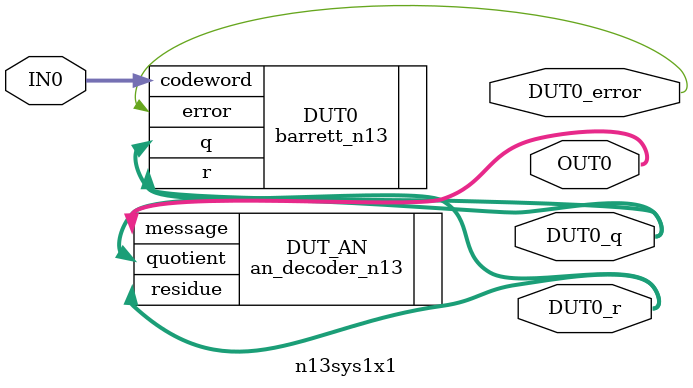
<source format=v>
module n13sys1x1(input[5:0]IN0
                ,output[2:0]DUT0_q
                ,output[3:0]DUT0_r
                ,output DUT0_error
                ,output[2:0]OUT0);

wire [2:0]DUT0_q;
wire [3:0]DUT0_r;
wire DUT0_error;
wire [2:0] OUT0;

barrett_n13 DUT0(.codeword(IN0),.q(DUT0_q),.r(DUT0_r),.error(DUT0_error));  
an_decoder_n13 DUT_AN (.quotient(DUT0_q),.residue(DUT0_r),.message(OUT0));
endmodule
</source>
